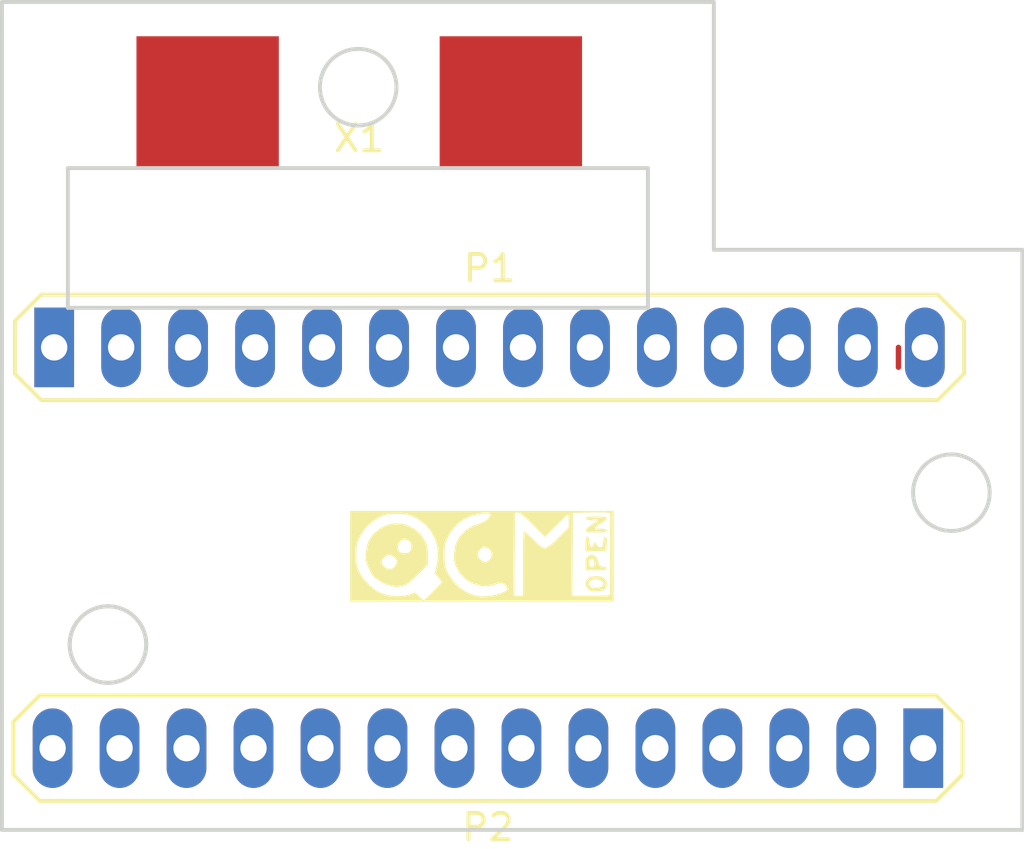
<source format=kicad_pcb>
(kicad_pcb (version 4) (host pcbnew 4.0.2-stable)

  (general
    (links 2)
    (no_connects 2)
    (area 132 83 171 115)
    (thickness 1.6)
    (drawings 19)
    (tracks 1)
    (zones 0)
    (modules 4)
    (nets 10)
  )

  (page A4)
  (title_block
    (title "OpenQCM Diss")
    (date 2016-03-14)
    (rev 2.1)
    (company UNER)
  )

  (layers
    (0 F.Cu signal)
    (31 B.Cu signal)
    (32 B.Adhes user)
    (33 F.Adhes user)
    (34 B.Paste user)
    (35 F.Paste user)
    (36 B.SilkS user)
    (37 F.SilkS user)
    (38 B.Mask user)
    (39 F.Mask user)
    (40 Dwgs.User user)
    (41 Cmts.User user hide)
    (42 Eco1.User user hide)
    (43 Eco2.User user hide)
    (44 Edge.Cuts user)
    (45 Margin user hide)
    (46 B.CrtYd user hide)
    (47 F.CrtYd user hide)
    (48 B.Fab user hide)
    (49 F.Fab user hide)
  )

  (setup
    (last_trace_width 0.2032)
    (trace_clearance 0.2)
    (zone_clearance 0.25)
    (zone_45_only yes)
    (trace_min 0.2032)
    (segment_width 0.15)
    (edge_width 0.15)
    (via_size 0.6)
    (via_drill 0.4)
    (via_min_size 0.4)
    (via_min_drill 0.3)
    (uvia_size 0.3)
    (uvia_drill 0.1)
    (uvias_allowed no)
    (uvia_min_size 0.2)
    (uvia_min_drill 0.1)
    (pcb_text_width 0.3)
    (pcb_text_size 1.5 1.5)
    (mod_edge_width 0.15)
    (mod_text_size 1 1)
    (mod_text_width 0.15)
    (pad_size 1.524 1.524)
    (pad_drill 0.762)
    (pad_to_mask_clearance 0.2)
    (aux_axis_origin 0 0)
    (visible_elements 7FFECF7F)
    (pcbplotparams
      (layerselection 0x01030_80000001)
      (usegerberextensions false)
      (excludeedgelayer true)
      (linewidth 0.100000)
      (plotframeref false)
      (viasonmask false)
      (mode 1)
      (useauxorigin false)
      (hpglpennumber 1)
      (hpglpenspeed 20)
      (hpglpendiameter 15)
      (hpglpenoverlay 2)
      (psnegative false)
      (psa4output false)
      (plotreference true)
      (plotvalue true)
      (plotinvisibletext false)
      (padsonsilk false)
      (subtractmaskfromsilk false)
      (outputformat 1)
      (mirror false)
      (drillshape 0)
      (scaleselection 1)
      (outputdirectory ""))
  )

  (net 0 "")
  (net 1 GND)
  (net 2 +3V3)
  (net 3 +5V)
  (net 4 /Arduino/FREQUENCY_IN)
  (net 5 /Arduino/PTC)
  (net 6 /Arduino/DIG_CONTROL)
  (net 7 /Arduino/ENVELOPE_IN)
  (net 8 /SWITCH_ENVELOPE/xtal_N)
  (net 9 /SWITCH_ENVELOPE/xtal_P)

  (net_class Default "This is the default net class."
    (clearance 0.2)
    (trace_width 0.2032)
    (via_dia 0.6)
    (via_drill 0.4)
    (uvia_dia 0.3)
    (uvia_drill 0.1)
    (add_net /Arduino/DIG_CONTROL)
    (add_net /Arduino/ENVELOPE_IN)
    (add_net /Arduino/FREQUENCY_IN)
    (add_net /Arduino/PTC)
    (add_net /SWITCH_ENVELOPE/xtal_N)
    (add_net /SWITCH_ENVELOPE/xtal_P)
  )

  (net_class PW ""
    (clearance 0.2)
    (trace_width 0.5)
    (via_dia 0.6)
    (via_drill 0.4)
    (uvia_dia 0.3)
    (uvia_drill 0.1)
    (add_net +3V3)
    (add_net +5V)
    (add_net GND)
  )

  (module OpenQCM:XTAL_con locked (layer F.Cu) (tedit 5671B757) (tstamp 5671B1CB)
    (at 146.35 88.17)
    (path /56E762D5/56E7657A)
    (fp_text reference X1 (at 0 1) (layer F.SilkS)
      (effects (font (size 1 1) (thickness 0.15)))
    )
    (fp_text value XTAL (at 0 -2) (layer F.Fab)
      (effects (font (size 1 1) (thickness 0.15)))
    )
    (pad 1 smd rect (at -5.75 -0.37) (size 5.4 5) (layers F.Cu F.Paste F.Mask)
      (net 9 /SWITCH_ENVELOPE/xtal_P))
    (pad 2 smd rect (at 5.75 -0.37) (size 5.4 5) (layers F.Cu F.Paste F.Mask)
      (net 8 /SWITCH_ENVELOPE/xtal_N))
    (model G:/GitRepositories/KiCad/OPENQCM/OpenQCM.3dshapes/contact.wrl
      (at (xyz 0.335 0.15 -0.04))
      (scale (xyz 0.4 0.4 0.4))
      (rotate (xyz -90 0 90))
    )
  )

  (module OpenQCM:PINHEAD1-14 locked (layer F.Cu) (tedit 5671A72C) (tstamp 5671B191)
    (at 151.29 97.1)
    (path /56E73C9A/56E74544)
    (attr virtual)
    (fp_text reference P1 (at 0 -3) (layer F.SilkS)
      (effects (font (size 1 1) (thickness 0.15)))
    )
    (fp_text value CONN_01X14 (at 0 3.81) (layer F.Fab)
      (effects (font (size 1 1) (thickness 0.15)))
    )
    (fp_line (start -18 1) (end -17 2) (layer F.SilkS) (width 0.15))
    (fp_line (start -18 -1) (end -18 1) (layer F.SilkS) (width 0.15))
    (fp_line (start -17 -2) (end -18 -1) (layer F.SilkS) (width 0.15))
    (fp_line (start 17 -2) (end -17 -2) (layer F.SilkS) (width 0.15))
    (fp_line (start 18 -1) (end 17 -2) (layer F.SilkS) (width 0.15))
    (fp_line (start 18 1) (end 18 -1) (layer F.SilkS) (width 0.15))
    (fp_line (start 17 2) (end 18 1) (layer F.SilkS) (width 0.15))
    (fp_line (start -17 2) (end 17 2) (layer F.SilkS) (width 0.15))
    (pad 5 thru_hole oval (at -6.35 0) (size 1.50622 3.01498) (drill 0.99822) (layers *.Cu *.Mask))
    (pad 6 thru_hole oval (at -3.81 0) (size 1.50622 3.01498) (drill 0.99822) (layers *.Cu *.Mask))
    (pad 7 thru_hole oval (at -1.27 0) (size 1.50622 3.01498) (drill 0.99822) (layers *.Cu *.Mask))
    (pad 8 thru_hole oval (at 1.27 0) (size 1.50622 3.01498) (drill 0.99822) (layers *.Cu *.Mask))
    (pad 9 thru_hole oval (at 3.81 0) (size 1.50622 3.01498) (drill 0.99822) (layers *.Cu *.Mask))
    (pad 10 thru_hole oval (at 6.35 0) (size 1.50622 3.01498) (drill 0.99822) (layers *.Cu *.Mask))
    (pad 11 thru_hole oval (at 8.89 0) (size 1.50622 3.01498) (drill 0.99822) (layers *.Cu *.Mask))
    (pad 12 thru_hole oval (at 11.43 0) (size 1.50622 3.01498) (drill 0.99822) (layers *.Cu *.Mask))
    (pad 13 thru_hole oval (at 13.97 0) (size 1.50622 3.01498) (drill 0.99822) (layers *.Cu *.Mask))
    (pad 4 thru_hole oval (at -8.89 0) (size 1.50622 3.01498) (drill 0.99822) (layers *.Cu *.Mask))
    (pad 3 thru_hole oval (at -11.43 0) (size 1.50622 3.01498) (drill 0.99822) (layers *.Cu *.Mask)
      (net 1 GND))
    (pad 2 thru_hole oval (at -13.97 0) (size 1.50622 3.01498) (drill 0.99822) (layers *.Cu *.Mask))
    (pad 14 thru_hole oval (at 16.51 0) (size 1.50622 3.01498) (drill 0.99822) (layers *.Cu *.Mask)
      (net 4 /Arduino/FREQUENCY_IN))
    (pad 1 thru_hole rect (at -16.51 0) (size 1.50622 3.01498) (drill 0.99822) (layers *.Cu *.Mask))
    (model G:/GitRepositories/KiCad/OPENQCM/OpenQCM.3dshapes/Pin_Header_Straight_1x14.wrl
      (at (xyz 0 0 -0.075))
      (scale (xyz 1 1 1))
      (rotate (xyz 180 0 0))
    )
  )

  (module OpenQCM:PINHEAD1-14 locked (layer F.Cu) (tedit 5671A72C) (tstamp 5671B1A3)
    (at 151.23 112.3 180)
    (path /56E73C9A/56E7454B)
    (attr virtual)
    (fp_text reference P2 (at 0 -3 180) (layer F.SilkS)
      (effects (font (size 1 1) (thickness 0.15)))
    )
    (fp_text value CONN_01X14 (at 0 3.81 180) (layer F.Fab)
      (effects (font (size 1 1) (thickness 0.15)))
    )
    (fp_line (start -18 1) (end -17 2) (layer F.SilkS) (width 0.15))
    (fp_line (start -18 -1) (end -18 1) (layer F.SilkS) (width 0.15))
    (fp_line (start -17 -2) (end -18 -1) (layer F.SilkS) (width 0.15))
    (fp_line (start 17 -2) (end -17 -2) (layer F.SilkS) (width 0.15))
    (fp_line (start 18 -1) (end 17 -2) (layer F.SilkS) (width 0.15))
    (fp_line (start 18 1) (end 18 -1) (layer F.SilkS) (width 0.15))
    (fp_line (start 17 2) (end 18 1) (layer F.SilkS) (width 0.15))
    (fp_line (start -17 2) (end 17 2) (layer F.SilkS) (width 0.15))
    (pad 5 thru_hole oval (at -6.35 0 180) (size 1.50622 3.01498) (drill 0.99822) (layers *.Cu *.Mask)
      (net 5 /Arduino/PTC))
    (pad 6 thru_hole oval (at -3.81 0 180) (size 1.50622 3.01498) (drill 0.99822) (layers *.Cu *.Mask))
    (pad 7 thru_hole oval (at -1.27 0 180) (size 1.50622 3.01498) (drill 0.99822) (layers *.Cu *.Mask))
    (pad 8 thru_hole oval (at 1.27 0 180) (size 1.50622 3.01498) (drill 0.99822) (layers *.Cu *.Mask))
    (pad 9 thru_hole oval (at 3.81 0 180) (size 1.50622 3.01498) (drill 0.99822) (layers *.Cu *.Mask)
      (net 6 /Arduino/DIG_CONTROL))
    (pad 10 thru_hole oval (at 6.35 0 180) (size 1.50622 3.01498) (drill 0.99822) (layers *.Cu *.Mask))
    (pad 11 thru_hole oval (at 8.89 0 180) (size 1.50622 3.01498) (drill 0.99822) (layers *.Cu *.Mask))
    (pad 12 thru_hole oval (at 11.43 0 180) (size 1.50622 3.01498) (drill 0.99822) (layers *.Cu *.Mask)
      (net 3 +5V))
    (pad 13 thru_hole oval (at 13.97 0 180) (size 1.50622 3.01498) (drill 0.99822) (layers *.Cu *.Mask))
    (pad 4 thru_hole oval (at -8.89 0 180) (size 1.50622 3.01498) (drill 0.99822) (layers *.Cu *.Mask)
      (net 7 /Arduino/ENVELOPE_IN))
    (pad 3 thru_hole oval (at -11.43 0 180) (size 1.50622 3.01498) (drill 0.99822) (layers *.Cu *.Mask)
      (net 2 +3V3))
    (pad 2 thru_hole oval (at -13.97 0 180) (size 1.50622 3.01498) (drill 0.99822) (layers *.Cu *.Mask)
      (net 2 +3V3))
    (pad 14 thru_hole oval (at 16.51 0 180) (size 1.50622 3.01498) (drill 0.99822) (layers *.Cu *.Mask)
      (net 1 GND))
    (pad 1 thru_hole rect (at -16.51 0 180) (size 1.50622 3.01498) (drill 0.99822) (layers *.Cu *.Mask))
    (model G:/GitRepositories/KiCad/OPENQCM/OpenQCM.3dshapes/Pin_Header_Straight_1x14.wrl
      (at (xyz 0 0 -0.075))
      (scale (xyz 1 1 1))
      (rotate (xyz 180 0 0))
    )
  )

  (module OpenQCM:openQCM (layer F.Cu) (tedit 56731C84) (tstamp 56731D58)
    (at 151 105)
    (fp_text reference G*** (at 0 -3) (layer F.SilkS) hide
      (effects (font (thickness 0.3)))
    )
    (fp_text value LOGO (at 0 3) (layer F.SilkS) hide
      (effects (font (thickness 0.3)))
    )
    (fp_poly (pts (xy 4.995333 1.735667) (xy -4.995333 1.735667) (xy -4.995333 -0.022057) (xy -4.7625 -0.022057)
      (xy -4.760206 0.181135) (xy -4.750034 0.326208) (xy -4.727053 0.439658) (xy -4.686331 0.547981)
      (xy -4.637602 0.648875) (xy -4.479943 0.891424) (xy -4.268533 1.119458) (xy -4.027743 1.310429)
      (xy -3.781941 1.441789) (xy -3.779714 1.442658) (xy -3.528966 1.510018) (xy -3.247042 1.537663)
      (xy -2.968043 1.524866) (xy -2.72607 1.470896) (xy -2.711227 1.465492) (xy -2.522621 1.394624)
      (xy -2.373266 1.543978) (xy -2.283555 1.629857) (xy -2.219773 1.683856) (xy -2.202976 1.693333)
      (xy -2.166329 1.665307) (xy -2.083118 1.589363) (xy -1.966394 1.4777) (xy -1.85302 1.366243)
      (xy -1.719724 1.230166) (xy -1.612357 1.113778) (xy -1.543317 1.03096) (xy -1.524 0.997842)
      (xy -1.551236 0.944725) (xy -1.619881 0.85922) (xy -1.656488 0.819838) (xy -1.788975 0.683145)
      (xy -1.714175 0.406811) (xy -1.657027 0.046168) (xy -1.661122 -0.022057) (xy -1.418167 -0.022057)
      (xy -1.415748 0.182321) (xy -1.405212 0.329006) (xy -1.381639 0.44491) (xy -1.340106 0.556946)
      (xy -1.294587 0.65386) (xy -1.101329 0.954719) (xy -0.846093 1.208414) (xy -0.543686 1.402942)
      (xy -0.222423 1.522964) (xy -0.010914 1.549088) (xy 0.241328 1.53896) (xy 0.330807 1.524)
      (xy 1.226636 1.524) (xy 1.566333 1.524) (xy 3.427969 1.524) (xy 4.148151 1.524)
      (xy 4.411631 1.523337) (xy 4.602141 1.520548) (xy 4.731375 1.514433) (xy 4.811026 1.503791)
      (xy 4.852785 1.487423) (xy 4.868346 1.464129) (xy 4.869947 1.449917) (xy 4.870615 1.37915)
      (xy 4.871223 1.238488) (xy 4.871767 1.039752) (xy 4.872239 0.794765) (xy 4.872634 0.515349)
      (xy 4.872944 0.213326) (xy 4.873164 -0.099482) (xy 4.873288 -0.411252) (xy 4.873308 -0.710164)
      (xy 4.873218 -0.984393) (xy 4.873013 -1.222119) (xy 4.872685 -1.411519) (xy 4.872228 -1.540772)
      (xy 4.871637 -1.598054) (xy 4.871588 -1.599107) (xy 4.851688 -1.61954) (xy 4.788437 -1.633542)
      (xy 4.67219 -1.641687) (xy 4.493305 -1.644547) (xy 4.242139 -1.642697) (xy 4.15925 -1.64144)
      (xy 3.450167 -1.629833) (xy 3.439068 -0.052917) (xy 3.427969 1.524) (xy 1.566333 1.524)
      (xy 1.567697 1.344083) (xy 1.56797 1.251743) (xy 1.568008 1.088886) (xy 1.567826 0.869665)
      (xy 1.567438 0.60823) (xy 1.56686 0.318732) (xy 1.566375 0.116417) (xy 1.566955 -0.171351)
      (xy 1.569999 -0.428912) (xy 1.575165 -0.644877) (xy 1.582112 -0.807853) (xy 1.590497 -0.906449)
      (xy 1.597821 -0.931333) (xy 1.639974 -0.903037) (xy 1.727199 -0.826541) (xy 1.845635 -0.714436)
      (xy 1.947333 -0.613833) (xy 2.108993 -0.455354) (xy 2.236564 -0.350817) (xy 2.345404 -0.30139)
      (xy 2.450876 -0.308242) (xy 2.568337 -0.372544) (xy 2.713149 -0.495464) (xy 2.900673 -0.678172)
      (xy 2.909621 -0.687081) (xy 3.302 -1.077828) (xy 3.302 -1.322081) (xy 3.296885 -1.453119)
      (xy 3.283637 -1.541772) (xy 3.269456 -1.566333) (xy 3.229412 -1.537891) (xy 3.141763 -1.459787)
      (xy 3.018135 -1.342854) (xy 2.870156 -1.197927) (xy 2.815878 -1.143715) (xy 2.394845 -0.721096)
      (xy 1.920193 -1.189399) (xy 1.72805 -1.375879) (xy 1.584186 -1.507362) (xy 1.479472 -1.591088)
      (xy 1.404781 -1.634292) (xy 1.350987 -1.644213) (xy 1.347187 -1.643768) (xy 1.248833 -1.629833)
      (xy 1.237735 -0.052917) (xy 1.226636 1.524) (xy 0.330807 1.524) (xy 0.500082 1.495699)
      (xy 0.686854 1.440055) (xy 0.857478 1.3699) (xy 0.952627 1.309997) (xy 0.978907 1.249845)
      (xy 0.942927 1.178938) (xy 0.887783 1.120667) (xy 0.801805 1.045322) (xy 0.734848 1.021782)
      (xy 0.646981 1.041086) (xy 0.602807 1.0567) (xy 0.369349 1.129342) (xy 0.176029 1.158736)
      (xy -0.007357 1.148754) (xy -0.053557 1.140871) (xy -0.368177 1.045103) (xy -0.626907 0.886297)
      (xy -0.833395 0.661616) (xy -0.963276 0.432858) (xy -1.020829 0.292001) (xy -1.049473 0.167702)
      (xy -1.055176 0.022481) (xy -1.051945 -0.045622) (xy -0.161652 -0.045622) (xy -0.125302 0.078529)
      (xy -0.023146 0.185507) (xy 0.114425 0.251316) (xy 0.154429 0.237857) (xy 0.231856 0.204409)
      (xy 0.33438 0.118406) (xy 0.378474 -0.001954) (xy 0.365143 -0.130733) (xy 0.295394 -0.241991)
      (xy 0.212455 -0.296007) (xy 0.108264 -0.326355) (xy 0.024653 -0.306415) (xy -0.020245 -0.279664)
      (xy -0.128023 -0.170501) (xy -0.161652 -0.045622) (xy -1.051945 -0.045622) (xy -1.049076 -0.106079)
      (xy -0.990464 -0.423494) (xy -0.86054 -0.697213) (xy -0.663157 -0.922507) (xy -0.402169 -1.094646)
      (xy -0.169539 -1.185272) (xy 0.038861 -1.264532) (xy 0.192159 -1.358485) (xy 0.224154 -1.387941)
      (xy 0.31321 -1.491954) (xy 0.338734 -1.559171) (xy 0.295522 -1.595258) (xy 0.178369 -1.605883)
      (xy 0.029434 -1.599956) (xy -0.332107 -1.536837) (xy -0.657188 -1.399098) (xy -0.93866 -1.191509)
      (xy -1.169376 -0.91884) (xy -1.280586 -0.725746) (xy -1.344674 -0.588925) (xy -1.38507 -0.475836)
      (xy -1.407179 -0.358832) (xy -1.416407 -0.210268) (xy -1.418167 -0.022057) (xy -1.661122 -0.022057)
      (xy -1.678137 -0.305468) (xy -1.77274 -0.637276) (xy -1.936073 -0.938438) (xy -2.163372 -1.198135)
      (xy -2.449873 -1.405546) (xy -2.531003 -1.448361) (xy -2.673698 -1.514931) (xy -2.79108 -1.556116)
      (xy -2.912733 -1.57792) (xy -3.068247 -1.586346) (xy -3.216691 -1.5875) (xy -3.422138 -1.584155)
      (xy -3.571797 -1.570767) (xy -3.6944 -1.542302) (xy -3.818679 -1.493729) (xy -3.859748 -1.474876)
      (xy -4.173797 -1.282313) (xy -4.432657 -1.027412) (xy -4.62492 -0.725746) (xy -4.689007 -0.588925)
      (xy -4.729403 -0.475836) (xy -4.751512 -0.358832) (xy -4.76074 -0.210268) (xy -4.7625 -0.022057)
      (xy -4.995333 -0.022057) (xy -4.995333 -1.693333) (xy 4.995333 -1.693333) (xy 4.995333 1.735667)) (layer F.SilkS) (width 0.01))
    (fp_poly (pts (xy -3.011863 -1.203615) (xy -2.741477 -1.120419) (xy -2.495035 -0.973721) (xy -2.285686 -0.765545)
      (xy -2.158874 -0.566283) (xy -2.102211 -0.438082) (xy -2.069831 -0.310367) (xy -2.055701 -0.151397)
      (xy -2.05344 -0.011578) (xy -2.053167 0.336678) (xy -2.429853 0.715225) (xy -2.605123 0.886594)
      (xy -2.739386 1.004865) (xy -2.847028 1.08097) (xy -2.94244 1.125841) (xy -2.988349 1.139553)
      (xy -3.139471 1.172112) (xy -3.260623 1.178703) (xy -3.392347 1.158382) (xy -3.513667 1.127335)
      (xy -3.705992 1.05431) (xy -3.901392 0.947268) (xy -4.064319 0.826928) (xy -4.114939 0.776926)
      (xy -4.170796 0.695792) (xy -4.242279 0.5675) (xy -4.30012 0.449215) (xy -4.362121 0.299653)
      (xy -4.380323 0.2252) (xy -3.81 0.2252) (xy -3.785372 0.297889) (xy -3.725754 0.39197)
      (xy -3.722261 0.396457) (xy -3.61281 0.481252) (xy -3.480867 0.510041) (xy -3.361254 0.475602)
      (xy -3.299522 0.40606) (xy -3.242966 0.30326) (xy -3.217355 0.214305) (xy -3.217333 0.212525)
      (xy -3.250767 0.138557) (xy -3.331274 0.054403) (xy -3.429166 -0.014403) (xy -3.513667 -0.042333)
      (xy -3.604816 -0.011821) (xy -3.704246 0.061906) (xy -3.782366 0.152134) (xy -3.81 0.2252)
      (xy -4.380323 0.2252) (xy -4.393069 0.173067) (xy -4.399703 0.02985) (xy -4.393591 -0.09997)
      (xy -4.365105 -0.310175) (xy -3.189314 -0.310175) (xy -3.155101 -0.180376) (xy -3.134539 -0.150423)
      (xy -3.045905 -0.100188) (xy -2.920528 -0.087242) (xy -2.797644 -0.111511) (xy -2.733524 -0.151191)
      (xy -2.676095 -0.25971) (xy -2.669447 -0.393352) (xy -2.711142 -0.515139) (xy -2.761086 -0.5691)
      (xy -2.891895 -0.628862) (xy -3.013937 -0.608697) (xy -3.092699 -0.55693) (xy -3.167187 -0.448578)
      (xy -3.189314 -0.310175) (xy -4.365105 -0.310175) (xy -4.358 -0.362602) (xy -4.281111 -0.576117)
      (xy -4.149863 -0.771219) (xy -4.069919 -0.860837) (xy -3.835222 -1.051918) (xy -3.571882 -1.171391)
      (xy -3.293047 -1.221281) (xy -3.011863 -1.203615)) (layer F.SilkS) (width 0.01))
    (fp_poly (pts (xy 4.493287 0.789801) (xy 4.584481 0.815944) (xy 4.650247 0.870953) (xy 4.660407 0.883106)
      (xy 4.732015 1.026376) (xy 4.724145 1.171102) (xy 4.683522 1.248213) (xy 4.61394 1.301304)
      (xy 4.489284 1.333133) (xy 4.376605 1.344628) (xy 4.225453 1.349788) (xy 4.128675 1.334966)
      (xy 4.057115 1.294014) (xy 4.03225 1.272009) (xy 3.953792 1.148584) (xy 3.9477 1.058333)
      (xy 4.064 1.058333) (xy 4.092243 1.147222) (xy 4.1148 1.176867) (xy 4.195395 1.21215)
      (xy 4.319719 1.225989) (xy 4.449595 1.218386) (xy 4.546845 1.18934) (xy 4.563533 1.176867)
      (xy 4.616985 1.082752) (xy 4.596202 0.996199) (xy 4.511518 0.928852) (xy 4.373267 0.892357)
      (xy 4.308083 0.889) (xy 4.162988 0.914351) (xy 4.080407 0.986735) (xy 4.064 1.058333)
      (xy 3.9477 1.058333) (xy 3.944462 1.010372) (xy 4.004686 0.885582) (xy 4.026111 0.863811)
      (xy 4.121152 0.809204) (xy 4.263143 0.785423) (xy 4.347351 0.783167) (xy 4.493287 0.789801)) (layer F.SilkS) (width 0.01))
    (fp_poly (pts (xy 4.270819 -0.004889) (xy 4.357014 0.08958) (xy 4.411144 0.214278) (xy 4.417885 0.254)
      (xy 4.436237 0.353351) (xy 4.482354 0.398093) (xy 4.584408 0.415067) (xy 4.587181 0.415305)
      (xy 4.702057 0.440908) (xy 4.741333 0.489389) (xy 4.724978 0.518673) (xy 4.666828 0.537208)
      (xy 4.553258 0.54706) (xy 4.370641 0.550291) (xy 4.339167 0.550333) (xy 3.937 0.550333)
      (xy 3.937 0.3199) (xy 3.937675 0.3048) (xy 4.064 0.3048) (xy 4.077413 0.391599)
      (xy 4.13289 0.421539) (xy 4.169833 0.423333) (xy 4.242209 0.411785) (xy 4.271225 0.360394)
      (xy 4.275667 0.279696) (xy 4.255113 0.165653) (xy 4.202829 0.108664) (xy 4.132877 0.1208)
      (xy 4.111492 0.138775) (xy 4.076064 0.214006) (xy 4.064 0.3048) (xy 3.937675 0.3048)
      (xy 3.943443 0.175839) (xy 3.968542 0.088598) (xy 4.020949 0.030923) (xy 4.031086 0.023567)
      (xy 4.118791 -0.026003) (xy 4.174563 -0.042333) (xy 4.270819 -0.004889)) (layer F.SilkS) (width 0.01))
    (fp_poly (pts (xy 4.717031 -0.703047) (xy 4.733698 -0.642063) (xy 4.735363 -0.520027) (xy 4.73277 -0.455083)
      (xy 4.720167 -0.1905) (xy 4.328583 -0.178328) (xy 3.937 -0.166156) (xy 3.937 -0.442912)
      (xy 3.941513 -0.599245) (xy 3.95724 -0.686124) (xy 3.987461 -0.718392) (xy 3.99818 -0.719667)
      (xy 4.041354 -0.687339) (xy 4.066399 -0.584289) (xy 4.072264 -0.518583) (xy 4.0949 -0.391022)
      (xy 4.135331 -0.321376) (xy 4.181989 -0.317156) (xy 4.223305 -0.385873) (xy 4.231425 -0.415249)
      (xy 4.270928 -0.498174) (xy 4.319702 -0.500751) (xy 4.360323 -0.42298) (xy 4.362242 -0.415249)
      (xy 4.410772 -0.335813) (xy 4.489242 -0.3175) (xy 4.552875 -0.326195) (xy 4.586171 -0.366937)
      (xy 4.601903 -0.461712) (xy 4.606069 -0.518583) (xy 4.62376 -0.651589) (xy 4.657611 -0.712533)
      (xy 4.682173 -0.719667) (xy 4.717031 -0.703047)) (layer F.SilkS) (width 0.01))
    (fp_poly (pts (xy 4.554025 -1.476223) (xy 4.687004 -1.457601) (xy 4.740327 -1.422366) (xy 4.71622 -1.367081)
      (xy 4.616906 -1.288312) (xy 4.5085 -1.22015) (xy 4.388458 -1.143674) (xy 4.304388 -1.081184)
      (xy 4.275667 -1.048443) (xy 4.313955 -1.030674) (xy 4.412719 -1.01889) (xy 4.5085 -1.016)
      (xy 4.648912 -1.010299) (xy 4.721202 -0.990295) (xy 4.741333 -0.9525) (xy 4.72694 -0.92223)
      (xy 4.674298 -0.903074) (xy 4.569214 -0.892791) (xy 4.397495 -0.88914) (xy 4.339167 -0.889)
      (xy 4.151036 -0.890657) (xy 4.032248 -0.897509) (xy 3.96751 -0.912384) (xy 3.941532 -0.938105)
      (xy 3.9382 -0.963083) (xy 3.974757 -1.026425) (xy 4.072889 -1.112209) (xy 4.181617 -1.185333)
      (xy 4.423833 -1.3335) (xy 4.180417 -1.346196) (xy 4.032148 -1.360524) (xy 3.955447 -1.38645)
      (xy 3.937 -1.420279) (xy 3.952987 -1.449731) (xy 4.010106 -1.468373) (xy 4.122096 -1.4783)
      (xy 4.302695 -1.481611) (xy 4.339167 -1.481667) (xy 4.554025 -1.476223)) (layer F.SilkS) (width 0.01))
  )

  (gr_circle (center 136.82 108.37) (end 138.27 108.45) (layer Edge.Cuts) (width 0.15) (tstamp 5672CC35))
  (gr_circle (center 146.31 87.232205) (end 147.76 87.312205) (layer Edge.Cuts) (width 0.15) (tstamp 5671C1B9))
  (gr_circle (center 168.807795 102.61) (end 170.257795 102.69) (layer Edge.Cuts) (width 0.15) (tstamp 5671C1A0))
  (gr_circle (center 136.82 108.37) (end 138.27 108.45) (layer Edge.Cuts) (width 0.15))
  (gr_line (start 157.3 95.6) (end 135.3 95.6) (layer Edge.Cuts) (width 0.15))
  (gr_line (start 157.3 90.3) (end 157.3 95.6) (layer Edge.Cuts) (width 0.15))
  (gr_line (start 135.3 90.3) (end 157.3 90.3) (layer Edge.Cuts) (width 0.15))
  (gr_line (start 135.3 95.6) (end 135.3 90.3) (layer Edge.Cuts) (width 0.15))
  (gr_line (start 171.5 115.4) (end 132.8 115.4) (layer Edge.Cuts) (width 0.15))
  (gr_line (start 171.5 115.2) (end 171.5 115.4) (layer Edge.Cuts) (width 0.15))
  (gr_line (start 171.5 111.4) (end 171.5 115.2) (layer Edge.Cuts) (width 0.15))
  (gr_line (start 171.5 103.1) (end 171.5 111.4) (layer Edge.Cuts) (width 0.15))
  (gr_line (start 171.5 93.4) (end 171.5 103.1) (layer Edge.Cuts) (width 0.15))
  (gr_line (start 159.8 93.4) (end 171.5 93.4) (layer Edge.Cuts) (width 0.15))
  (gr_line (start 159.8 84) (end 159.8 93.4) (layer Edge.Cuts) (width 0.15))
  (gr_line (start 132.8 84) (end 159.8 84) (layer Edge.Cuts) (width 0.15))
  (gr_line (start 132.8 84.4) (end 132.8 84) (layer Edge.Cuts) (width 0.15))
  (gr_line (start 132.8 85.4) (end 132.8 84.4) (layer Edge.Cuts) (width 0.15))
  (gr_line (start 132.8 115.4) (end 132.8 85.4) (layer Edge.Cuts) (width 0.15))

  (segment (start 166.8 97.85438) (end 166.8 97.1) (width 0.2032) (layer F.Cu) (net 0))

)

</source>
